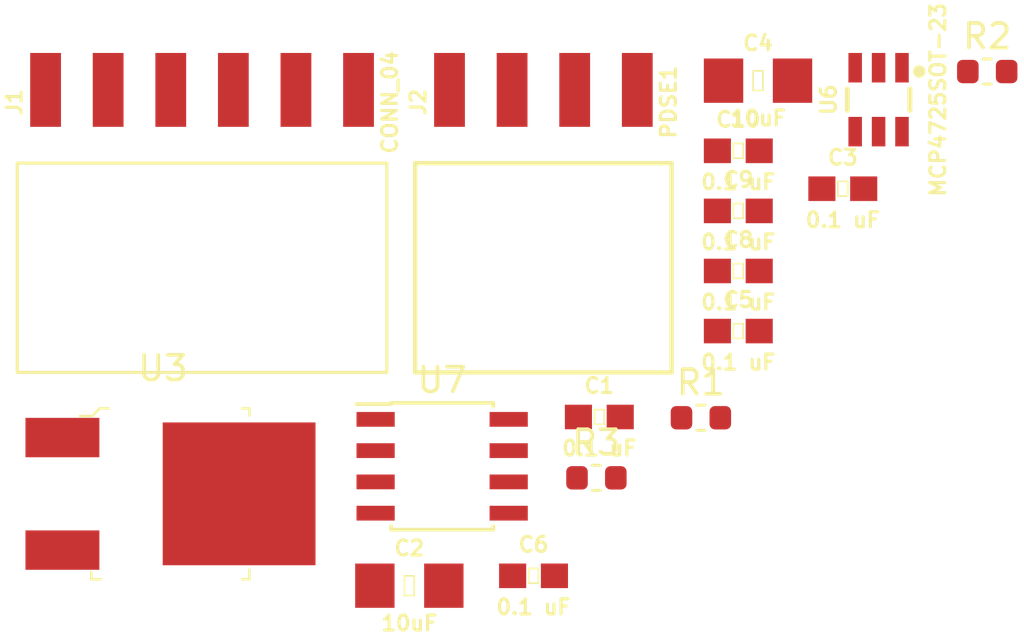
<source format=kicad_pcb>
(kicad_pcb (version 20171130) (host pcbnew 5.1.5+dfsg1-2~bpo9+1)

  (general
    (thickness 1.6)
    (drawings 0)
    (tracks 0)
    (zones 0)
    (modules 17)
    (nets 11)
  )

  (page A4)
  (layers
    (0 F.Cu signal)
    (31 B.Cu signal)
    (32 B.Adhes user)
    (33 F.Adhes user)
    (34 B.Paste user)
    (35 F.Paste user)
    (36 B.SilkS user)
    (37 F.SilkS user)
    (38 B.Mask user)
    (39 F.Mask user)
    (40 Dwgs.User user)
    (41 Cmts.User user)
    (42 Eco1.User user)
    (43 Eco2.User user)
    (44 Edge.Cuts user)
    (45 Margin user)
    (46 B.CrtYd user)
    (47 F.CrtYd user)
    (48 B.Fab user)
    (49 F.Fab user)
  )

  (setup
    (last_trace_width 0.25)
    (trace_clearance 0.2)
    (zone_clearance 0.508)
    (zone_45_only no)
    (trace_min 0.2)
    (via_size 0.8)
    (via_drill 0.4)
    (via_min_size 0.4)
    (via_min_drill 0.3)
    (uvia_size 0.3)
    (uvia_drill 0.1)
    (uvias_allowed no)
    (uvia_min_size 0.2)
    (uvia_min_drill 0.1)
    (edge_width 0.05)
    (segment_width 0.2)
    (pcb_text_width 0.3)
    (pcb_text_size 1.5 1.5)
    (mod_edge_width 0.12)
    (mod_text_size 1 1)
    (mod_text_width 0.15)
    (pad_size 1.524 1.524)
    (pad_drill 0.762)
    (pad_to_mask_clearance 0.051)
    (solder_mask_min_width 0.25)
    (aux_axis_origin 0 0)
    (visible_elements FFFFFF7F)
    (pcbplotparams
      (layerselection 0x010fc_ffffffff)
      (usegerberextensions false)
      (usegerberattributes false)
      (usegerberadvancedattributes false)
      (creategerberjobfile false)
      (excludeedgelayer true)
      (linewidth 0.010000)
      (plotframeref false)
      (viasonmask false)
      (mode 1)
      (useauxorigin false)
      (hpglpennumber 1)
      (hpglpenspeed 20)
      (hpglpendiameter 15.000000)
      (psnegative false)
      (psa4output false)
      (plotreference true)
      (plotvalue true)
      (plotinvisibletext false)
      (padsonsilk false)
      (subtractmaskfromsilk false)
      (outputformat 1)
      (mirror false)
      (drillshape 1)
      (scaleselection 1)
      (outputdirectory ""))
  )

  (net 0 "")
  (net 1 GND)
  (net 2 5V)
  (net 3 20V)
  (net 4 24V)
  (net 5 Vtune)
  (net 6 SDA)
  (net 7 SCL)
  (net 8 TUNING_DAC_I2C_SELECT)
  (net 9 "Net-(R1-Pad2)")
  (net 10 "Net-(U6-Pad1)")

  (net_class Default "This is the default net class."
    (clearance 0.2)
    (trace_width 0.25)
    (via_dia 0.8)
    (via_drill 0.4)
    (uvia_dia 0.3)
    (uvia_drill 0.1)
    (add_net 20V)
    (add_net 24V)
    (add_net 5V)
    (add_net GND)
    (add_net "Net-(R1-Pad2)")
    (add_net "Net-(U6-Pad1)")
    (add_net SCL)
    (add_net SDA)
    (add_net TUNING_DAC_I2C_SELECT)
    (add_net Vtune)
  )

  (module Silicon-Standard:SOT23-6 (layer F.Cu) (tedit 5961E542) (tstamp 5F4FCD20)
    (at 200.661841 81.64068)
    (descr SOT23-6)
    (tags SOT23-6)
    (path /5F7A4024)
    (attr smd)
    (fp_text reference U6 (at -2.03 0 90) (layer F.SilkS)
      (effects (font (size 0.6096 0.6096) (thickness 0.127)))
    )
    (fp_text value MCP4725SOT-23 (at 2.413 0 90) (layer F.SilkS)
      (effects (font (size 0.6096 0.6096) (thickness 0.127)))
    )
    (fp_line (start -1.39954 -0.79756) (end -1.39954 0.79756) (layer Dwgs.User) (width 0.1524))
    (fp_line (start 1.39954 -0.79756) (end 1.39954 0.79756) (layer Dwgs.User) (width 0.1524))
    (fp_line (start -1.39954 -0.79756) (end 1.39954 -0.79756) (layer Dwgs.User) (width 0.1524))
    (fp_line (start 1.39954 0.79756) (end -1.39954 0.79756) (layer Dwgs.User) (width 0.1524))
    (fp_line (start 1.27 -0.42926) (end 1.27 0.42926) (layer F.SilkS) (width 0.2032))
    (fp_line (start -1.27 0.42926) (end -1.27 -0.42926) (layer F.SilkS) (width 0.2032))
    (fp_line (start -0.24892 -0.84836) (end -0.24892 -1.4986) (layer Dwgs.User) (width 0.06604))
    (fp_line (start -0.24892 -1.4986) (end 0.24892 -1.4986) (layer Dwgs.User) (width 0.06604))
    (fp_line (start 0.24892 -0.84836) (end 0.24892 -1.4986) (layer Dwgs.User) (width 0.06604))
    (fp_line (start -0.24892 -0.84836) (end 0.24892 -0.84836) (layer Dwgs.User) (width 0.06604))
    (fp_line (start -1.19888 -0.84836) (end -1.19888 -1.4986) (layer Dwgs.User) (width 0.06604))
    (fp_line (start -1.19888 -1.4986) (end -0.6985 -1.4986) (layer Dwgs.User) (width 0.06604))
    (fp_line (start -0.6985 -0.84836) (end -0.6985 -1.4986) (layer Dwgs.User) (width 0.06604))
    (fp_line (start -1.19888 -0.84836) (end -0.6985 -0.84836) (layer Dwgs.User) (width 0.06604))
    (fp_line (start 0.6985 -0.84836) (end 0.6985 -1.4986) (layer Dwgs.User) (width 0.06604))
    (fp_line (start 0.6985 -1.4986) (end 1.19888 -1.4986) (layer Dwgs.User) (width 0.06604))
    (fp_line (start 1.19888 -0.84836) (end 1.19888 -1.4986) (layer Dwgs.User) (width 0.06604))
    (fp_line (start 0.6985 -0.84836) (end 1.19888 -0.84836) (layer Dwgs.User) (width 0.06604))
    (fp_line (start 0.6985 1.4986) (end 0.6985 0.84836) (layer Dwgs.User) (width 0.06604))
    (fp_line (start 0.6985 0.84836) (end 1.19888 0.84836) (layer Dwgs.User) (width 0.06604))
    (fp_line (start 1.19888 1.4986) (end 1.19888 0.84836) (layer Dwgs.User) (width 0.06604))
    (fp_line (start 0.6985 1.4986) (end 1.19888 1.4986) (layer Dwgs.User) (width 0.06604))
    (fp_line (start -0.24892 1.4986) (end -0.24892 0.84836) (layer Dwgs.User) (width 0.06604))
    (fp_line (start -0.24892 0.84836) (end 0.24892 0.84836) (layer Dwgs.User) (width 0.06604))
    (fp_line (start 0.24892 1.4986) (end 0.24892 0.84836) (layer Dwgs.User) (width 0.06604))
    (fp_line (start -0.24892 1.4986) (end 0.24892 1.4986) (layer Dwgs.User) (width 0.06604))
    (fp_line (start -1.19888 1.4986) (end -1.19888 0.84836) (layer Dwgs.User) (width 0.06604))
    (fp_line (start -1.19888 0.84836) (end -0.6985 0.84836) (layer Dwgs.User) (width 0.06604))
    (fp_line (start -0.6985 1.4986) (end -0.6985 0.84836) (layer Dwgs.User) (width 0.06604))
    (fp_line (start -1.19888 1.4986) (end -0.6985 1.4986) (layer Dwgs.User) (width 0.06604))
    (fp_circle (center 1.651 -1.143) (end 1.778 -1.143) (layer F.SilkS) (width 0.254))
    (pad 6 smd rect (at 0.94996 1.29794) (size 0.54864 1.19888) (layers F.Cu F.Paste F.Mask)
      (net 8 TUNING_DAC_I2C_SELECT) (solder_mask_margin 0.1016))
    (pad 5 smd rect (at 0 1.29794) (size 0.54864 1.19888) (layers F.Cu F.Paste F.Mask)
      (net 7 SCL) (solder_mask_margin 0.1016))
    (pad 4 smd rect (at -0.94996 1.29794) (size 0.54864 1.19888) (layers F.Cu F.Paste F.Mask)
      (net 6 SDA) (solder_mask_margin 0.1016))
    (pad 3 smd rect (at -0.94996 -1.29794) (size 0.54864 1.19888) (layers F.Cu F.Paste F.Mask)
      (net 2 5V) (solder_mask_margin 0.1016))
    (pad 2 smd rect (at 0 -1.29794 180) (size 0.54864 1.19888) (layers F.Cu F.Paste F.Mask)
      (net 1 GND) (solder_mask_margin 0.1016))
    (pad 1 smd rect (at 0.94996 -1.29794) (size 0.54864 1.19888) (layers F.Cu F.Paste F.Mask)
      (net 10 "Net-(U6-Pad1)") (solder_mask_margin 0.1016))
  )

  (module Capacitors:0603 (layer F.Cu) (tedit 596180EF) (tstamp 5F4FCC90)
    (at 194.969161 83.717201)
    (descr "GENERIC 1608 (0603) PACKAGE")
    (tags "GENERIC 1608 (0603) PACKAGE")
    (path /606C5FBD)
    (attr smd)
    (fp_text reference C10 (at 0 -1.27) (layer F.SilkS)
      (effects (font (size 0.6096 0.6096) (thickness 0.127)))
    )
    (fp_text value "0.1 uF" (at 0 1.27) (layer F.SilkS)
      (effects (font (size 0.6096 0.6096) (thickness 0.127)))
    )
    (fp_line (start -0.3556 0.41656) (end 0.3556 0.41656) (layer Dwgs.User) (width 0.1016))
    (fp_line (start -0.3556 -0.4318) (end 0.3556 -0.4318) (layer Dwgs.User) (width 0.1016))
    (fp_line (start -1.59766 0.6985) (end -1.59766 -0.6985) (layer F.CrtYd) (width 0.0508))
    (fp_line (start 1.59766 0.6985) (end -1.59766 0.6985) (layer F.CrtYd) (width 0.0508))
    (fp_line (start 1.59766 -0.6985) (end 1.59766 0.6985) (layer F.CrtYd) (width 0.0508))
    (fp_line (start -1.59766 -0.6985) (end 1.59766 -0.6985) (layer F.CrtYd) (width 0.0508))
    (fp_line (start -0.19812 0.29972) (end -0.19812 -0.29972) (layer F.SilkS) (width 0.06604))
    (fp_line (start -0.19812 -0.29972) (end 0.19812 -0.29972) (layer F.SilkS) (width 0.06604))
    (fp_line (start 0.19812 0.29972) (end 0.19812 -0.29972) (layer F.SilkS) (width 0.06604))
    (fp_line (start -0.19812 0.29972) (end 0.19812 0.29972) (layer F.SilkS) (width 0.06604))
    (fp_line (start 0.3302 0.4699) (end 0.3302 -0.48006) (layer Dwgs.User) (width 0.06604))
    (fp_line (start 0.3302 -0.48006) (end 0.82804 -0.48006) (layer Dwgs.User) (width 0.06604))
    (fp_line (start 0.82804 0.4699) (end 0.82804 -0.48006) (layer Dwgs.User) (width 0.06604))
    (fp_line (start 0.3302 0.4699) (end 0.82804 0.4699) (layer Dwgs.User) (width 0.06604))
    (fp_line (start -0.8382 0.4699) (end -0.8382 -0.48006) (layer Dwgs.User) (width 0.06604))
    (fp_line (start -0.8382 -0.48006) (end -0.33782 -0.48006) (layer Dwgs.User) (width 0.06604))
    (fp_line (start -0.33782 0.4699) (end -0.33782 -0.48006) (layer Dwgs.User) (width 0.06604))
    (fp_line (start -0.8382 0.4699) (end -0.33782 0.4699) (layer Dwgs.User) (width 0.06604))
    (pad 2 smd rect (at 0.84836 0) (size 1.09982 0.99822) (layers F.Cu F.Paste F.Mask)
      (net 1 GND) (solder_mask_margin 0.1016))
    (pad 1 smd rect (at -0.84836 0) (size 1.09982 0.99822) (layers F.Cu F.Paste F.Mask)
      (net 2 5V) (solder_mask_margin 0.1016))
  )

  (module Capacitors:0603 (layer F.Cu) (tedit 596180EF) (tstamp 5F4FCC78)
    (at 194.969161 86.157201)
    (descr "GENERIC 1608 (0603) PACKAGE")
    (tags "GENERIC 1608 (0603) PACKAGE")
    (path /6065936A)
    (attr smd)
    (fp_text reference C9 (at 0 -1.27) (layer F.SilkS)
      (effects (font (size 0.6096 0.6096) (thickness 0.127)))
    )
    (fp_text value "0.1 uF" (at 0 1.27) (layer F.SilkS)
      (effects (font (size 0.6096 0.6096) (thickness 0.127)))
    )
    (fp_line (start -0.3556 0.41656) (end 0.3556 0.41656) (layer Dwgs.User) (width 0.1016))
    (fp_line (start -0.3556 -0.4318) (end 0.3556 -0.4318) (layer Dwgs.User) (width 0.1016))
    (fp_line (start -1.59766 0.6985) (end -1.59766 -0.6985) (layer F.CrtYd) (width 0.0508))
    (fp_line (start 1.59766 0.6985) (end -1.59766 0.6985) (layer F.CrtYd) (width 0.0508))
    (fp_line (start 1.59766 -0.6985) (end 1.59766 0.6985) (layer F.CrtYd) (width 0.0508))
    (fp_line (start -1.59766 -0.6985) (end 1.59766 -0.6985) (layer F.CrtYd) (width 0.0508))
    (fp_line (start -0.19812 0.29972) (end -0.19812 -0.29972) (layer F.SilkS) (width 0.06604))
    (fp_line (start -0.19812 -0.29972) (end 0.19812 -0.29972) (layer F.SilkS) (width 0.06604))
    (fp_line (start 0.19812 0.29972) (end 0.19812 -0.29972) (layer F.SilkS) (width 0.06604))
    (fp_line (start -0.19812 0.29972) (end 0.19812 0.29972) (layer F.SilkS) (width 0.06604))
    (fp_line (start 0.3302 0.4699) (end 0.3302 -0.48006) (layer Dwgs.User) (width 0.06604))
    (fp_line (start 0.3302 -0.48006) (end 0.82804 -0.48006) (layer Dwgs.User) (width 0.06604))
    (fp_line (start 0.82804 0.4699) (end 0.82804 -0.48006) (layer Dwgs.User) (width 0.06604))
    (fp_line (start 0.3302 0.4699) (end 0.82804 0.4699) (layer Dwgs.User) (width 0.06604))
    (fp_line (start -0.8382 0.4699) (end -0.8382 -0.48006) (layer Dwgs.User) (width 0.06604))
    (fp_line (start -0.8382 -0.48006) (end -0.33782 -0.48006) (layer Dwgs.User) (width 0.06604))
    (fp_line (start -0.33782 0.4699) (end -0.33782 -0.48006) (layer Dwgs.User) (width 0.06604))
    (fp_line (start -0.8382 0.4699) (end -0.33782 0.4699) (layer Dwgs.User) (width 0.06604))
    (pad 2 smd rect (at 0.84836 0) (size 1.09982 0.99822) (layers F.Cu F.Paste F.Mask)
      (net 1 GND) (solder_mask_margin 0.1016))
    (pad 1 smd rect (at -0.84836 0) (size 1.09982 0.99822) (layers F.Cu F.Paste F.Mask)
      (net 2 5V) (solder_mask_margin 0.1016))
  )

  (module Capacitors:0603 (layer F.Cu) (tedit 596180EF) (tstamp 5F4FCC60)
    (at 194.969161 88.597201)
    (descr "GENERIC 1608 (0603) PACKAGE")
    (tags "GENERIC 1608 (0603) PACKAGE")
    (path /60658223)
    (attr smd)
    (fp_text reference C8 (at 0 -1.27) (layer F.SilkS)
      (effects (font (size 0.6096 0.6096) (thickness 0.127)))
    )
    (fp_text value "0.1 uF" (at 0 1.27) (layer F.SilkS)
      (effects (font (size 0.6096 0.6096) (thickness 0.127)))
    )
    (fp_line (start -0.3556 0.41656) (end 0.3556 0.41656) (layer Dwgs.User) (width 0.1016))
    (fp_line (start -0.3556 -0.4318) (end 0.3556 -0.4318) (layer Dwgs.User) (width 0.1016))
    (fp_line (start -1.59766 0.6985) (end -1.59766 -0.6985) (layer F.CrtYd) (width 0.0508))
    (fp_line (start 1.59766 0.6985) (end -1.59766 0.6985) (layer F.CrtYd) (width 0.0508))
    (fp_line (start 1.59766 -0.6985) (end 1.59766 0.6985) (layer F.CrtYd) (width 0.0508))
    (fp_line (start -1.59766 -0.6985) (end 1.59766 -0.6985) (layer F.CrtYd) (width 0.0508))
    (fp_line (start -0.19812 0.29972) (end -0.19812 -0.29972) (layer F.SilkS) (width 0.06604))
    (fp_line (start -0.19812 -0.29972) (end 0.19812 -0.29972) (layer F.SilkS) (width 0.06604))
    (fp_line (start 0.19812 0.29972) (end 0.19812 -0.29972) (layer F.SilkS) (width 0.06604))
    (fp_line (start -0.19812 0.29972) (end 0.19812 0.29972) (layer F.SilkS) (width 0.06604))
    (fp_line (start 0.3302 0.4699) (end 0.3302 -0.48006) (layer Dwgs.User) (width 0.06604))
    (fp_line (start 0.3302 -0.48006) (end 0.82804 -0.48006) (layer Dwgs.User) (width 0.06604))
    (fp_line (start 0.82804 0.4699) (end 0.82804 -0.48006) (layer Dwgs.User) (width 0.06604))
    (fp_line (start 0.3302 0.4699) (end 0.82804 0.4699) (layer Dwgs.User) (width 0.06604))
    (fp_line (start -0.8382 0.4699) (end -0.8382 -0.48006) (layer Dwgs.User) (width 0.06604))
    (fp_line (start -0.8382 -0.48006) (end -0.33782 -0.48006) (layer Dwgs.User) (width 0.06604))
    (fp_line (start -0.33782 0.4699) (end -0.33782 -0.48006) (layer Dwgs.User) (width 0.06604))
    (fp_line (start -0.8382 0.4699) (end -0.33782 0.4699) (layer Dwgs.User) (width 0.06604))
    (pad 2 smd rect (at 0.84836 0) (size 1.09982 0.99822) (layers F.Cu F.Paste F.Mask)
      (net 1 GND) (solder_mask_margin 0.1016))
    (pad 1 smd rect (at -0.84836 0) (size 1.09982 0.99822) (layers F.Cu F.Paste F.Mask)
      (net 2 5V) (solder_mask_margin 0.1016))
  )

  (module Capacitors:0603 (layer F.Cu) (tedit 596180EF) (tstamp 5F4FCC48)
    (at 186.659161 100.977201)
    (descr "GENERIC 1608 (0603) PACKAGE")
    (tags "GENERIC 1608 (0603) PACKAGE")
    (path /6059D0FB)
    (attr smd)
    (fp_text reference C6 (at 0 -1.27) (layer F.SilkS)
      (effects (font (size 0.6096 0.6096) (thickness 0.127)))
    )
    (fp_text value "0.1 uF" (at 0 1.27) (layer F.SilkS)
      (effects (font (size 0.6096 0.6096) (thickness 0.127)))
    )
    (fp_line (start -0.3556 0.41656) (end 0.3556 0.41656) (layer Dwgs.User) (width 0.1016))
    (fp_line (start -0.3556 -0.4318) (end 0.3556 -0.4318) (layer Dwgs.User) (width 0.1016))
    (fp_line (start -1.59766 0.6985) (end -1.59766 -0.6985) (layer F.CrtYd) (width 0.0508))
    (fp_line (start 1.59766 0.6985) (end -1.59766 0.6985) (layer F.CrtYd) (width 0.0508))
    (fp_line (start 1.59766 -0.6985) (end 1.59766 0.6985) (layer F.CrtYd) (width 0.0508))
    (fp_line (start -1.59766 -0.6985) (end 1.59766 -0.6985) (layer F.CrtYd) (width 0.0508))
    (fp_line (start -0.19812 0.29972) (end -0.19812 -0.29972) (layer F.SilkS) (width 0.06604))
    (fp_line (start -0.19812 -0.29972) (end 0.19812 -0.29972) (layer F.SilkS) (width 0.06604))
    (fp_line (start 0.19812 0.29972) (end 0.19812 -0.29972) (layer F.SilkS) (width 0.06604))
    (fp_line (start -0.19812 0.29972) (end 0.19812 0.29972) (layer F.SilkS) (width 0.06604))
    (fp_line (start 0.3302 0.4699) (end 0.3302 -0.48006) (layer Dwgs.User) (width 0.06604))
    (fp_line (start 0.3302 -0.48006) (end 0.82804 -0.48006) (layer Dwgs.User) (width 0.06604))
    (fp_line (start 0.82804 0.4699) (end 0.82804 -0.48006) (layer Dwgs.User) (width 0.06604))
    (fp_line (start 0.3302 0.4699) (end 0.82804 0.4699) (layer Dwgs.User) (width 0.06604))
    (fp_line (start -0.8382 0.4699) (end -0.8382 -0.48006) (layer Dwgs.User) (width 0.06604))
    (fp_line (start -0.8382 -0.48006) (end -0.33782 -0.48006) (layer Dwgs.User) (width 0.06604))
    (fp_line (start -0.33782 0.4699) (end -0.33782 -0.48006) (layer Dwgs.User) (width 0.06604))
    (fp_line (start -0.8382 0.4699) (end -0.33782 0.4699) (layer Dwgs.User) (width 0.06604))
    (pad 2 smd rect (at 0.84836 0) (size 1.09982 0.99822) (layers F.Cu F.Paste F.Mask)
      (net 1 GND) (solder_mask_margin 0.1016))
    (pad 1 smd rect (at -0.84836 0) (size 1.09982 0.99822) (layers F.Cu F.Paste F.Mask)
      (net 2 5V) (solder_mask_margin 0.1016))
  )

  (module Capacitors:0603 (layer F.Cu) (tedit 596180EF) (tstamp 5F4FCC30)
    (at 194.969161 91.037201)
    (descr "GENERIC 1608 (0603) PACKAGE")
    (tags "GENERIC 1608 (0603) PACKAGE")
    (path /604F9802)
    (attr smd)
    (fp_text reference C5 (at 0 -1.27) (layer F.SilkS)
      (effects (font (size 0.6096 0.6096) (thickness 0.127)))
    )
    (fp_text value "0.1 uF" (at 0 1.27) (layer F.SilkS)
      (effects (font (size 0.6096 0.6096) (thickness 0.127)))
    )
    (fp_line (start -0.3556 0.41656) (end 0.3556 0.41656) (layer Dwgs.User) (width 0.1016))
    (fp_line (start -0.3556 -0.4318) (end 0.3556 -0.4318) (layer Dwgs.User) (width 0.1016))
    (fp_line (start -1.59766 0.6985) (end -1.59766 -0.6985) (layer F.CrtYd) (width 0.0508))
    (fp_line (start 1.59766 0.6985) (end -1.59766 0.6985) (layer F.CrtYd) (width 0.0508))
    (fp_line (start 1.59766 -0.6985) (end 1.59766 0.6985) (layer F.CrtYd) (width 0.0508))
    (fp_line (start -1.59766 -0.6985) (end 1.59766 -0.6985) (layer F.CrtYd) (width 0.0508))
    (fp_line (start -0.19812 0.29972) (end -0.19812 -0.29972) (layer F.SilkS) (width 0.06604))
    (fp_line (start -0.19812 -0.29972) (end 0.19812 -0.29972) (layer F.SilkS) (width 0.06604))
    (fp_line (start 0.19812 0.29972) (end 0.19812 -0.29972) (layer F.SilkS) (width 0.06604))
    (fp_line (start -0.19812 0.29972) (end 0.19812 0.29972) (layer F.SilkS) (width 0.06604))
    (fp_line (start 0.3302 0.4699) (end 0.3302 -0.48006) (layer Dwgs.User) (width 0.06604))
    (fp_line (start 0.3302 -0.48006) (end 0.82804 -0.48006) (layer Dwgs.User) (width 0.06604))
    (fp_line (start 0.82804 0.4699) (end 0.82804 -0.48006) (layer Dwgs.User) (width 0.06604))
    (fp_line (start 0.3302 0.4699) (end 0.82804 0.4699) (layer Dwgs.User) (width 0.06604))
    (fp_line (start -0.8382 0.4699) (end -0.8382 -0.48006) (layer Dwgs.User) (width 0.06604))
    (fp_line (start -0.8382 -0.48006) (end -0.33782 -0.48006) (layer Dwgs.User) (width 0.06604))
    (fp_line (start -0.33782 0.4699) (end -0.33782 -0.48006) (layer Dwgs.User) (width 0.06604))
    (fp_line (start -0.8382 0.4699) (end -0.33782 0.4699) (layer Dwgs.User) (width 0.06604))
    (pad 2 smd rect (at 0.84836 0) (size 1.09982 0.99822) (layers F.Cu F.Paste F.Mask)
      (net 1 GND) (solder_mask_margin 0.1016))
    (pad 1 smd rect (at -0.84836 0) (size 1.09982 0.99822) (layers F.Cu F.Paste F.Mask)
      (net 4 24V) (solder_mask_margin 0.1016))
  )

  (module Capacitors:1206 (layer F.Cu) (tedit 200000) (tstamp 5F4FCC18)
    (at 195.769261 80.868521)
    (descr "GENERIC 3216 (1206) PACKAGE")
    (tags "GENERIC 3216 (1206) PACKAGE")
    (path /604F97FB)
    (attr smd)
    (fp_text reference C4 (at 0 -1.524) (layer F.SilkS)
      (effects (font (size 0.6096 0.6096) (thickness 0.127)))
    )
    (fp_text value 10uF (at 0 1.524) (layer F.SilkS)
      (effects (font (size 0.6096 0.6096) (thickness 0.127)))
    )
    (fp_line (start -0.96266 0.78486) (end 0.96266 0.78486) (layer Dwgs.User) (width 0.1016))
    (fp_line (start -0.96266 -0.78486) (end 0.96266 -0.78486) (layer Dwgs.User) (width 0.1016))
    (fp_line (start 2.39776 -1.09982) (end 2.39776 1.09982) (layer F.CrtYd) (width 0.0508))
    (fp_line (start -2.39776 1.09982) (end -2.39776 -1.09982) (layer F.CrtYd) (width 0.0508))
    (fp_line (start 2.39776 1.09982) (end -2.39776 1.09982) (layer F.CrtYd) (width 0.0508))
    (fp_line (start -2.39776 -1.09982) (end 2.39776 -1.09982) (layer F.CrtYd) (width 0.0508))
    (fp_line (start -0.19812 0.39878) (end -0.19812 -0.39878) (layer F.SilkS) (width 0.06604))
    (fp_line (start -0.19812 -0.39878) (end 0.19812 -0.39878) (layer F.SilkS) (width 0.06604))
    (fp_line (start 0.19812 0.39878) (end 0.19812 -0.39878) (layer F.SilkS) (width 0.06604))
    (fp_line (start -0.19812 0.39878) (end 0.19812 0.39878) (layer F.SilkS) (width 0.06604))
    (fp_line (start 0.94996 0.84836) (end 0.94996 -0.8509) (layer Dwgs.User) (width 0.06604))
    (fp_line (start 0.94996 -0.8509) (end 1.7018 -0.8509) (layer Dwgs.User) (width 0.06604))
    (fp_line (start 1.7018 0.84836) (end 1.7018 -0.8509) (layer Dwgs.User) (width 0.06604))
    (fp_line (start 0.94996 0.84836) (end 1.7018 0.84836) (layer Dwgs.User) (width 0.06604))
    (fp_line (start -1.7018 0.8509) (end -1.7018 -0.84836) (layer Dwgs.User) (width 0.06604))
    (fp_line (start -1.7018 -0.84836) (end -0.94996 -0.84836) (layer Dwgs.User) (width 0.06604))
    (fp_line (start -0.94996 0.8509) (end -0.94996 -0.84836) (layer Dwgs.User) (width 0.06604))
    (fp_line (start -1.7018 0.8509) (end -0.94996 0.8509) (layer Dwgs.User) (width 0.06604))
    (pad 2 smd rect (at 1.39954 0) (size 1.59766 1.79832) (layers F.Cu F.Paste F.Mask)
      (net 1 GND) (solder_mask_margin 0.1016))
    (pad 1 smd rect (at -1.39954 0) (size 1.59766 1.79832) (layers F.Cu F.Paste F.Mask)
      (net 4 24V) (solder_mask_margin 0.1016))
  )

  (module Capacitors:0603 (layer F.Cu) (tedit 596180EF) (tstamp 5F4FCC00)
    (at 199.209161 85.257201)
    (descr "GENERIC 1608 (0603) PACKAGE")
    (tags "GENERIC 1608 (0603) PACKAGE")
    (path /5F759D4A)
    (attr smd)
    (fp_text reference C3 (at 0 -1.27) (layer F.SilkS)
      (effects (font (size 0.6096 0.6096) (thickness 0.127)))
    )
    (fp_text value "0.1 uF" (at 0 1.27) (layer F.SilkS)
      (effects (font (size 0.6096 0.6096) (thickness 0.127)))
    )
    (fp_line (start -0.3556 0.41656) (end 0.3556 0.41656) (layer Dwgs.User) (width 0.1016))
    (fp_line (start -0.3556 -0.4318) (end 0.3556 -0.4318) (layer Dwgs.User) (width 0.1016))
    (fp_line (start -1.59766 0.6985) (end -1.59766 -0.6985) (layer F.CrtYd) (width 0.0508))
    (fp_line (start 1.59766 0.6985) (end -1.59766 0.6985) (layer F.CrtYd) (width 0.0508))
    (fp_line (start 1.59766 -0.6985) (end 1.59766 0.6985) (layer F.CrtYd) (width 0.0508))
    (fp_line (start -1.59766 -0.6985) (end 1.59766 -0.6985) (layer F.CrtYd) (width 0.0508))
    (fp_line (start -0.19812 0.29972) (end -0.19812 -0.29972) (layer F.SilkS) (width 0.06604))
    (fp_line (start -0.19812 -0.29972) (end 0.19812 -0.29972) (layer F.SilkS) (width 0.06604))
    (fp_line (start 0.19812 0.29972) (end 0.19812 -0.29972) (layer F.SilkS) (width 0.06604))
    (fp_line (start -0.19812 0.29972) (end 0.19812 0.29972) (layer F.SilkS) (width 0.06604))
    (fp_line (start 0.3302 0.4699) (end 0.3302 -0.48006) (layer Dwgs.User) (width 0.06604))
    (fp_line (start 0.3302 -0.48006) (end 0.82804 -0.48006) (layer Dwgs.User) (width 0.06604))
    (fp_line (start 0.82804 0.4699) (end 0.82804 -0.48006) (layer Dwgs.User) (width 0.06604))
    (fp_line (start 0.3302 0.4699) (end 0.82804 0.4699) (layer Dwgs.User) (width 0.06604))
    (fp_line (start -0.8382 0.4699) (end -0.8382 -0.48006) (layer Dwgs.User) (width 0.06604))
    (fp_line (start -0.8382 -0.48006) (end -0.33782 -0.48006) (layer Dwgs.User) (width 0.06604))
    (fp_line (start -0.33782 0.4699) (end -0.33782 -0.48006) (layer Dwgs.User) (width 0.06604))
    (fp_line (start -0.8382 0.4699) (end -0.33782 0.4699) (layer Dwgs.User) (width 0.06604))
    (pad 2 smd rect (at 0.84836 0) (size 1.09982 0.99822) (layers F.Cu F.Paste F.Mask)
      (net 1 GND) (solder_mask_margin 0.1016))
    (pad 1 smd rect (at -0.84836 0) (size 1.09982 0.99822) (layers F.Cu F.Paste F.Mask)
      (net 3 20V) (solder_mask_margin 0.1016))
  )

  (module Capacitors:1206 (layer F.Cu) (tedit 200000) (tstamp 5F4FCBE8)
    (at 181.619261 101.378521)
    (descr "GENERIC 3216 (1206) PACKAGE")
    (tags "GENERIC 3216 (1206) PACKAGE")
    (path /5F758FB8)
    (attr smd)
    (fp_text reference C2 (at 0 -1.524) (layer F.SilkS)
      (effects (font (size 0.6096 0.6096) (thickness 0.127)))
    )
    (fp_text value 10uF (at 0 1.524) (layer F.SilkS)
      (effects (font (size 0.6096 0.6096) (thickness 0.127)))
    )
    (fp_line (start -0.96266 0.78486) (end 0.96266 0.78486) (layer Dwgs.User) (width 0.1016))
    (fp_line (start -0.96266 -0.78486) (end 0.96266 -0.78486) (layer Dwgs.User) (width 0.1016))
    (fp_line (start 2.39776 -1.09982) (end 2.39776 1.09982) (layer F.CrtYd) (width 0.0508))
    (fp_line (start -2.39776 1.09982) (end -2.39776 -1.09982) (layer F.CrtYd) (width 0.0508))
    (fp_line (start 2.39776 1.09982) (end -2.39776 1.09982) (layer F.CrtYd) (width 0.0508))
    (fp_line (start -2.39776 -1.09982) (end 2.39776 -1.09982) (layer F.CrtYd) (width 0.0508))
    (fp_line (start -0.19812 0.39878) (end -0.19812 -0.39878) (layer F.SilkS) (width 0.06604))
    (fp_line (start -0.19812 -0.39878) (end 0.19812 -0.39878) (layer F.SilkS) (width 0.06604))
    (fp_line (start 0.19812 0.39878) (end 0.19812 -0.39878) (layer F.SilkS) (width 0.06604))
    (fp_line (start -0.19812 0.39878) (end 0.19812 0.39878) (layer F.SilkS) (width 0.06604))
    (fp_line (start 0.94996 0.84836) (end 0.94996 -0.8509) (layer Dwgs.User) (width 0.06604))
    (fp_line (start 0.94996 -0.8509) (end 1.7018 -0.8509) (layer Dwgs.User) (width 0.06604))
    (fp_line (start 1.7018 0.84836) (end 1.7018 -0.8509) (layer Dwgs.User) (width 0.06604))
    (fp_line (start 0.94996 0.84836) (end 1.7018 0.84836) (layer Dwgs.User) (width 0.06604))
    (fp_line (start -1.7018 0.8509) (end -1.7018 -0.84836) (layer Dwgs.User) (width 0.06604))
    (fp_line (start -1.7018 -0.84836) (end -0.94996 -0.84836) (layer Dwgs.User) (width 0.06604))
    (fp_line (start -0.94996 0.8509) (end -0.94996 -0.84836) (layer Dwgs.User) (width 0.06604))
    (fp_line (start -1.7018 0.8509) (end -0.94996 0.8509) (layer Dwgs.User) (width 0.06604))
    (pad 2 smd rect (at 1.39954 0) (size 1.59766 1.79832) (layers F.Cu F.Paste F.Mask)
      (net 1 GND) (solder_mask_margin 0.1016))
    (pad 1 smd rect (at -1.39954 0) (size 1.59766 1.79832) (layers F.Cu F.Paste F.Mask)
      (net 3 20V) (solder_mask_margin 0.1016))
  )

  (module Capacitors:0603 (layer F.Cu) (tedit 596180EF) (tstamp 5F4FCBD0)
    (at 189.329161 94.527201)
    (descr "GENERIC 1608 (0603) PACKAGE")
    (tags "GENERIC 1608 (0603) PACKAGE")
    (path /5F7B2CEB)
    (attr smd)
    (fp_text reference C1 (at 0 -1.27) (layer F.SilkS)
      (effects (font (size 0.6096 0.6096) (thickness 0.127)))
    )
    (fp_text value "0.1 uF" (at 0 1.27) (layer F.SilkS)
      (effects (font (size 0.6096 0.6096) (thickness 0.127)))
    )
    (fp_line (start -0.3556 0.41656) (end 0.3556 0.41656) (layer Dwgs.User) (width 0.1016))
    (fp_line (start -0.3556 -0.4318) (end 0.3556 -0.4318) (layer Dwgs.User) (width 0.1016))
    (fp_line (start -1.59766 0.6985) (end -1.59766 -0.6985) (layer F.CrtYd) (width 0.0508))
    (fp_line (start 1.59766 0.6985) (end -1.59766 0.6985) (layer F.CrtYd) (width 0.0508))
    (fp_line (start 1.59766 -0.6985) (end 1.59766 0.6985) (layer F.CrtYd) (width 0.0508))
    (fp_line (start -1.59766 -0.6985) (end 1.59766 -0.6985) (layer F.CrtYd) (width 0.0508))
    (fp_line (start -0.19812 0.29972) (end -0.19812 -0.29972) (layer F.SilkS) (width 0.06604))
    (fp_line (start -0.19812 -0.29972) (end 0.19812 -0.29972) (layer F.SilkS) (width 0.06604))
    (fp_line (start 0.19812 0.29972) (end 0.19812 -0.29972) (layer F.SilkS) (width 0.06604))
    (fp_line (start -0.19812 0.29972) (end 0.19812 0.29972) (layer F.SilkS) (width 0.06604))
    (fp_line (start 0.3302 0.4699) (end 0.3302 -0.48006) (layer Dwgs.User) (width 0.06604))
    (fp_line (start 0.3302 -0.48006) (end 0.82804 -0.48006) (layer Dwgs.User) (width 0.06604))
    (fp_line (start 0.82804 0.4699) (end 0.82804 -0.48006) (layer Dwgs.User) (width 0.06604))
    (fp_line (start 0.3302 0.4699) (end 0.82804 0.4699) (layer Dwgs.User) (width 0.06604))
    (fp_line (start -0.8382 0.4699) (end -0.8382 -0.48006) (layer Dwgs.User) (width 0.06604))
    (fp_line (start -0.8382 -0.48006) (end -0.33782 -0.48006) (layer Dwgs.User) (width 0.06604))
    (fp_line (start -0.33782 0.4699) (end -0.33782 -0.48006) (layer Dwgs.User) (width 0.06604))
    (fp_line (start -0.8382 0.4699) (end -0.33782 0.4699) (layer Dwgs.User) (width 0.06604))
    (pad 2 smd rect (at 0.84836 0) (size 1.09982 0.99822) (layers F.Cu F.Paste F.Mask)
      (net 1 GND) (solder_mask_margin 0.1016))
    (pad 1 smd rect (at -0.84836 0) (size 1.09982 0.99822) (layers F.Cu F.Paste F.Mask)
      (net 2 5V) (solder_mask_margin 0.1016))
  )

  (module Package_SO:SOIC-8_3.9x4.9mm_P1.27mm (layer F.Cu) (tedit 5A02F2D3) (tstamp 5F4FCD3D)
    (at 182.951101 96.528301)
    (descr "8-Lead Plastic Small Outline (SN) - Narrow, 3.90 mm Body [SOIC] (see Microchip Packaging Specification 00000049BS.pdf)")
    (tags "SOIC 1.27")
    (path /5F608589)
    (attr smd)
    (fp_text reference U7 (at 0 -3.5) (layer F.SilkS)
      (effects (font (size 1 1) (thickness 0.15)))
    )
    (fp_text value TLV2172IDR (at 0 3.5) (layer F.Fab)
      (effects (font (size 1 1) (thickness 0.15)))
    )
    (fp_line (start -2.075 -2.525) (end -3.475 -2.525) (layer F.SilkS) (width 0.15))
    (fp_line (start -2.075 2.575) (end 2.075 2.575) (layer F.SilkS) (width 0.15))
    (fp_line (start -2.075 -2.575) (end 2.075 -2.575) (layer F.SilkS) (width 0.15))
    (fp_line (start -2.075 2.575) (end -2.075 2.43) (layer F.SilkS) (width 0.15))
    (fp_line (start 2.075 2.575) (end 2.075 2.43) (layer F.SilkS) (width 0.15))
    (fp_line (start 2.075 -2.575) (end 2.075 -2.43) (layer F.SilkS) (width 0.15))
    (fp_line (start -2.075 -2.575) (end -2.075 -2.525) (layer F.SilkS) (width 0.15))
    (fp_line (start -3.73 2.7) (end 3.73 2.7) (layer F.CrtYd) (width 0.05))
    (fp_line (start -3.73 -2.7) (end 3.73 -2.7) (layer F.CrtYd) (width 0.05))
    (fp_line (start 3.73 -2.7) (end 3.73 2.7) (layer F.CrtYd) (width 0.05))
    (fp_line (start -3.73 -2.7) (end -3.73 2.7) (layer F.CrtYd) (width 0.05))
    (fp_line (start -1.95 -1.45) (end -0.95 -2.45) (layer F.Fab) (width 0.1))
    (fp_line (start -1.95 2.45) (end -1.95 -1.45) (layer F.Fab) (width 0.1))
    (fp_line (start 1.95 2.45) (end -1.95 2.45) (layer F.Fab) (width 0.1))
    (fp_line (start 1.95 -2.45) (end 1.95 2.45) (layer F.Fab) (width 0.1))
    (fp_line (start -0.95 -2.45) (end 1.95 -2.45) (layer F.Fab) (width 0.1))
    (fp_text user %R (at 0 0) (layer F.Fab)
      (effects (font (size 1 1) (thickness 0.15)))
    )
    (pad 8 smd rect (at 2.7 -1.905) (size 1.55 0.6) (layers F.Cu F.Paste F.Mask)
      (net 3 20V))
    (pad 7 smd rect (at 2.7 -0.635) (size 1.55 0.6) (layers F.Cu F.Paste F.Mask))
    (pad 6 smd rect (at 2.7 0.635) (size 1.55 0.6) (layers F.Cu F.Paste F.Mask))
    (pad 5 smd rect (at 2.7 1.905) (size 1.55 0.6) (layers F.Cu F.Paste F.Mask))
    (pad 4 smd rect (at -2.7 1.905) (size 1.55 0.6) (layers F.Cu F.Paste F.Mask)
      (net 1 GND))
    (pad 3 smd rect (at -2.7 0.635) (size 1.55 0.6) (layers F.Cu F.Paste F.Mask)
      (net 10 "Net-(U6-Pad1)"))
    (pad 2 smd rect (at -2.7 -0.635) (size 1.55 0.6) (layers F.Cu F.Paste F.Mask)
      (net 9 "Net-(R1-Pad2)"))
    (pad 1 smd rect (at -2.7 -1.905) (size 1.55 0.6) (layers F.Cu F.Paste F.Mask)
      (net 5 Vtune))
    (model ${KISYS3DMOD}/Package_SO.3dshapes/SOIC-8_3.9x4.9mm_P1.27mm.wrl
      (at (xyz 0 0 0))
      (scale (xyz 1 1 1))
      (rotate (xyz 0 0 0))
    )
  )

  (module digikey-footprints:TO-252-3 (layer F.Cu) (tedit 5B06FF3B) (tstamp 5F4FCCF7)
    (at 171.621101 97.648301)
    (descr http://www.digikey.com/products/en?keywords=MC7805BDTRKGOSCT-ND)
    (path /5F738EF1)
    (fp_text reference U3 (at 0 -5.1 180) (layer F.SilkS)
      (effects (font (size 1 1) (thickness 0.15)))
    )
    (fp_text value BA78M20FP (at 0 5.1 180) (layer F.Fab)
      (effects (font (size 1 1) (thickness 0.15)))
    )
    (fp_line (start -2.81 3.365) (end -2.81 -3.06) (layer F.Fab) (width 0.1))
    (fp_line (start 3.41 -3.365) (end -2.52 -3.365) (layer F.Fab) (width 0.1))
    (fp_text user %R (at 0.03 -0.12 180) (layer F.Fab)
      (effects (font (size 1 1) (thickness 0.15)))
    )
    (fp_line (start -2.81 3.37) (end 3.41 3.37) (layer F.Fab) (width 0.1))
    (fp_line (start 3.41 3.365) (end 3.41 -3.365) (layer F.Fab) (width 0.1))
    (fp_line (start 3.51 3.47) (end 3.51 3.07) (layer F.SilkS) (width 0.1))
    (fp_line (start 3.21 3.47) (end 3.51 3.47) (layer F.SilkS) (width 0.1))
    (fp_line (start -2.91 3.47) (end -2.91 3.17) (layer F.SilkS) (width 0.1))
    (fp_line (start -2.51 3.47) (end -2.91 3.47) (layer F.SilkS) (width 0.1))
    (fp_line (start -2.57 -3.47) (end -2.87 -3.16) (layer F.SilkS) (width 0.1))
    (fp_line (start -2.19 -3.47) (end -2.57 -3.47) (layer F.SilkS) (width 0.1))
    (fp_line (start 3.51 -3.47) (end 3.21 -3.47) (layer F.SilkS) (width 0.1))
    (fp_line (start 3.51 -3.17) (end 3.51 -3.47) (layer F.SilkS) (width 0.1))
    (fp_line (start 6.55 3.65) (end -5.95 3.65) (layer F.CrtYd) (width 0.05))
    (fp_line (start 6.55 -3.85) (end 6.55 3.65) (layer F.CrtYd) (width 0.05))
    (fp_line (start -5.95 -3.85) (end 6.55 -3.85) (layer F.CrtYd) (width 0.05))
    (fp_line (start -5.95 3.65) (end -5.95 -3.85) (layer F.CrtYd) (width 0.05))
    (fp_line (start -2.87 -3.16) (end -3.37 -3.16) (layer F.SilkS) (width 0.1))
    (fp_line (start -2.81 -3.06) (end -2.52 -3.36) (layer F.Fab) (width 0.1))
    (pad 3 smd rect (at -4.08 2.285 180) (size 3 1.6) (layers F.Cu F.Paste F.Mask)
      (net 3 20V))
    (pad 4 smd rect (at 3.09 0 180) (size 6.2 5.8) (layers F.Cu F.Paste F.Mask)
      (net 1 GND))
    (pad 1 smd rect (at -4.08 -2.285 180) (size 3 1.6) (layers F.Cu F.Paste F.Mask)
      (net 4 24V))
  )

  (module Resistor_SMD:R_0603_1608Metric (layer F.Cu) (tedit 5B301BBD) (tstamp 5F4FCCDD)
    (at 189.211101 96.998301)
    (descr "Resistor SMD 0603 (1608 Metric), square (rectangular) end terminal, IPC_7351 nominal, (Body size source: http://www.tortai-tech.com/upload/download/2011102023233369053.pdf), generated with kicad-footprint-generator")
    (tags resistor)
    (path /5F672CF7)
    (attr smd)
    (fp_text reference R3 (at 0 -1.43) (layer F.SilkS)
      (effects (font (size 1 1) (thickness 0.15)))
    )
    (fp_text value 10k (at 0 1.43) (layer F.Fab)
      (effects (font (size 1 1) (thickness 0.15)))
    )
    (fp_text user %R (at 0 0) (layer F.Fab)
      (effects (font (size 0.4 0.4) (thickness 0.06)))
    )
    (fp_line (start 1.48 0.73) (end -1.48 0.73) (layer F.CrtYd) (width 0.05))
    (fp_line (start 1.48 -0.73) (end 1.48 0.73) (layer F.CrtYd) (width 0.05))
    (fp_line (start -1.48 -0.73) (end 1.48 -0.73) (layer F.CrtYd) (width 0.05))
    (fp_line (start -1.48 0.73) (end -1.48 -0.73) (layer F.CrtYd) (width 0.05))
    (fp_line (start -0.162779 0.51) (end 0.162779 0.51) (layer F.SilkS) (width 0.12))
    (fp_line (start -0.162779 -0.51) (end 0.162779 -0.51) (layer F.SilkS) (width 0.12))
    (fp_line (start 0.8 0.4) (end -0.8 0.4) (layer F.Fab) (width 0.1))
    (fp_line (start 0.8 -0.4) (end 0.8 0.4) (layer F.Fab) (width 0.1))
    (fp_line (start -0.8 -0.4) (end 0.8 -0.4) (layer F.Fab) (width 0.1))
    (fp_line (start -0.8 0.4) (end -0.8 -0.4) (layer F.Fab) (width 0.1))
    (pad 2 smd roundrect (at 0.7875 0) (size 0.875 0.95) (layers F.Cu F.Paste F.Mask) (roundrect_rratio 0.25)
      (net 9 "Net-(R1-Pad2)"))
    (pad 1 smd roundrect (at -0.7875 0) (size 0.875 0.95) (layers F.Cu F.Paste F.Mask) (roundrect_rratio 0.25)
      (net 5 Vtune))
    (model ${KISYS3DMOD}/Resistor_SMD.3dshapes/R_0603_1608Metric.wrl
      (at (xyz 0 0 0))
      (scale (xyz 1 1 1))
      (rotate (xyz 0 0 0))
    )
  )

  (module Resistor_SMD:R_0603_1608Metric (layer F.Cu) (tedit 5B301BBD) (tstamp 5F4FCCCC)
    (at 205.071101 80.498301)
    (descr "Resistor SMD 0603 (1608 Metric), square (rectangular) end terminal, IPC_7351 nominal, (Body size source: http://www.tortai-tech.com/upload/download/2011102023233369053.pdf), generated with kicad-footprint-generator")
    (tags resistor)
    (path /5F627031)
    (attr smd)
    (fp_text reference R2 (at 0 -1.43) (layer F.SilkS)
      (effects (font (size 1 1) (thickness 0.15)))
    )
    (fp_text value 1k (at 0 1.43) (layer F.Fab)
      (effects (font (size 1 1) (thickness 0.15)))
    )
    (fp_text user %R (at 0 0) (layer F.Fab)
      (effects (font (size 0.4 0.4) (thickness 0.06)))
    )
    (fp_line (start 1.48 0.73) (end -1.48 0.73) (layer F.CrtYd) (width 0.05))
    (fp_line (start 1.48 -0.73) (end 1.48 0.73) (layer F.CrtYd) (width 0.05))
    (fp_line (start -1.48 -0.73) (end 1.48 -0.73) (layer F.CrtYd) (width 0.05))
    (fp_line (start -1.48 0.73) (end -1.48 -0.73) (layer F.CrtYd) (width 0.05))
    (fp_line (start -0.162779 0.51) (end 0.162779 0.51) (layer F.SilkS) (width 0.12))
    (fp_line (start -0.162779 -0.51) (end 0.162779 -0.51) (layer F.SilkS) (width 0.12))
    (fp_line (start 0.8 0.4) (end -0.8 0.4) (layer F.Fab) (width 0.1))
    (fp_line (start 0.8 -0.4) (end 0.8 0.4) (layer F.Fab) (width 0.1))
    (fp_line (start -0.8 -0.4) (end 0.8 -0.4) (layer F.Fab) (width 0.1))
    (fp_line (start -0.8 0.4) (end -0.8 -0.4) (layer F.Fab) (width 0.1))
    (pad 2 smd roundrect (at 0.7875 0) (size 0.875 0.95) (layers F.Cu F.Paste F.Mask) (roundrect_rratio 0.25)
      (net 1 GND))
    (pad 1 smd roundrect (at -0.7875 0) (size 0.875 0.95) (layers F.Cu F.Paste F.Mask) (roundrect_rratio 0.25)
      (net 9 "Net-(R1-Pad2)"))
    (model ${KISYS3DMOD}/Resistor_SMD.3dshapes/R_0603_1608Metric.wrl
      (at (xyz 0 0 0))
      (scale (xyz 1 1 1))
      (rotate (xyz 0 0 0))
    )
  )

  (module Resistor_SMD:R_0603_1608Metric (layer F.Cu) (tedit 5B301BBD) (tstamp 5F4FCCBB)
    (at 193.451101 94.558301)
    (descr "Resistor SMD 0603 (1608 Metric), square (rectangular) end terminal, IPC_7351 nominal, (Body size source: http://www.tortai-tech.com/upload/download/2011102023233369053.pdf), generated with kicad-footprint-generator")
    (tags resistor)
    (path /5F9BBBCC)
    (attr smd)
    (fp_text reference R1 (at 0 -1.43) (layer F.SilkS)
      (effects (font (size 1 1) (thickness 0.15)))
    )
    (fp_text value 10k (at 0 1.43) (layer F.Fab)
      (effects (font (size 1 1) (thickness 0.15)))
    )
    (fp_text user %R (at 0 0) (layer F.Fab)
      (effects (font (size 0.4 0.4) (thickness 0.06)))
    )
    (fp_line (start 1.48 0.73) (end -1.48 0.73) (layer F.CrtYd) (width 0.05))
    (fp_line (start 1.48 -0.73) (end 1.48 0.73) (layer F.CrtYd) (width 0.05))
    (fp_line (start -1.48 -0.73) (end 1.48 -0.73) (layer F.CrtYd) (width 0.05))
    (fp_line (start -1.48 0.73) (end -1.48 -0.73) (layer F.CrtYd) (width 0.05))
    (fp_line (start -0.162779 0.51) (end 0.162779 0.51) (layer F.SilkS) (width 0.12))
    (fp_line (start -0.162779 -0.51) (end 0.162779 -0.51) (layer F.SilkS) (width 0.12))
    (fp_line (start 0.8 0.4) (end -0.8 0.4) (layer F.Fab) (width 0.1))
    (fp_line (start 0.8 -0.4) (end 0.8 0.4) (layer F.Fab) (width 0.1))
    (fp_line (start -0.8 -0.4) (end 0.8 -0.4) (layer F.Fab) (width 0.1))
    (fp_line (start -0.8 0.4) (end -0.8 -0.4) (layer F.Fab) (width 0.1))
    (pad 2 smd roundrect (at 0.7875 0) (size 0.875 0.95) (layers F.Cu F.Paste F.Mask) (roundrect_rratio 0.25)
      (net 9 "Net-(R1-Pad2)"))
    (pad 1 smd roundrect (at -0.7875 0) (size 0.875 0.95) (layers F.Cu F.Paste F.Mask) (roundrect_rratio 0.25)
      (net 5 Vtune))
    (model ${KISYS3DMOD}/Resistor_SMD.3dshapes/R_0603_1608Metric.wrl
      (at (xyz 0 0 0))
      (scale (xyz 1 1 1))
      (rotate (xyz 0 0 0))
    )
  )

  (module Connectors2:1X04_SMD_RA_FEMALE (layer F.Cu) (tedit 5963D38A) (tstamp 5F4FCCAA)
    (at 187.059461 88.46693)
    (descr "SMD - 4 PIN RIGHT-ANGLE FEMALE HEADER")
    (tags "SMD - 4 PIN RIGHT-ANGLE FEMALE HEADER")
    (path /5F73E64B)
    (attr smd)
    (fp_text reference J2 (at -5.08 -6.731 90) (layer F.SilkS)
      (effects (font (size 0.6096 0.6096) (thickness 0.127)))
    )
    (fp_text value PDSE1 (at 5.08 -6.731 90) (layer F.SilkS)
      (effects (font (size 0.6096 0.6096) (thickness 0.127)))
    )
    (fp_line (start -5.20446 4.24942) (end 5.20446 4.24942) (layer F.SilkS) (width 0.1778))
    (fp_line (start 5.20446 4.24942) (end 5.20446 -4.24942) (layer F.SilkS) (width 0.1778))
    (fp_line (start 5.20446 -4.24942) (end -5.20446 -4.24942) (layer F.SilkS) (width 0.1778))
    (fp_line (start -5.20446 -4.24942) (end -5.20446 4.24942) (layer F.SilkS) (width 0.1778))
    (pad 4 smd rect (at 3.81 -7.22376 180) (size 1.24968 2.99974) (layers F.Cu F.Paste F.Mask)
      (net 1 GND) (solder_mask_margin 0.1016))
    (pad 3 smd rect (at 1.27 -7.22376 180) (size 1.24968 2.99974) (layers F.Cu F.Paste F.Mask)
      (net 2 5V) (solder_mask_margin 0.1016))
    (pad 2 smd rect (at -1.27 -7.22376 180) (size 1.24968 2.99974) (layers F.Cu F.Paste F.Mask)
      (net 1 GND) (solder_mask_margin 0.1016))
    (pad 1 smd rect (at -3.81 -7.22376 180) (size 1.24968 2.99974) (layers F.Cu F.Paste F.Mask)
      (net 4 24V) (solder_mask_margin 0.1016))
  )

  (module Connectors2:1X06-SMD-FEMALE (layer F.Cu) (tedit 200000) (tstamp 5F4FCC9E)
    (at 173.207681 84.66709)
    (descr "HEADER - 6 PIN FEMALE SMD")
    (tags "HEADER - 6 PIN FEMALE SMD")
    (path /60A1ACE6)
    (attr smd)
    (fp_text reference J1 (at -7.62 -2.921 90) (layer F.SilkS)
      (effects (font (size 0.6096 0.6096) (thickness 0.127)))
    )
    (fp_text value CONN_04 (at 7.62 -2.921 90) (layer F.SilkS)
      (effects (font (size 0.6096 0.6096) (thickness 0.127)))
    )
    (fp_line (start -7.49808 8.04926) (end 7.49808 8.04926) (layer F.SilkS) (width 0.127))
    (fp_line (start 7.49808 8.04926) (end 7.49808 -0.44958) (layer F.SilkS) (width 0.127))
    (fp_line (start 7.49808 -0.44958) (end -7.49808 -0.44958) (layer F.SilkS) (width 0.127))
    (fp_line (start -7.49808 -0.44958) (end -7.49808 8.04926) (layer F.SilkS) (width 0.127))
    (pad 6 smd rect (at -6.35 -3.42392 180) (size 1.24968 2.99974) (layers F.Cu F.Paste F.Mask)
      (net 5 Vtune) (solder_mask_margin 0.1016))
    (pad 5 smd rect (at -3.81 -3.42392 180) (size 1.24968 2.99974) (layers F.Cu F.Paste F.Mask)
      (net 6 SDA) (solder_mask_margin 0.1016))
    (pad 4 smd rect (at -1.27 -3.42392 180) (size 1.24968 2.99974) (layers F.Cu F.Paste F.Mask)
      (net 7 SCL) (solder_mask_margin 0.1016))
    (pad 3 smd rect (at 1.27 -3.42392 180) (size 1.24968 2.99974) (layers F.Cu F.Paste F.Mask)
      (net 8 TUNING_DAC_I2C_SELECT) (solder_mask_margin 0.1016))
    (pad 2 smd rect (at 3.81 -3.42392 180) (size 1.24968 2.99974) (layers F.Cu F.Paste F.Mask)
      (net 2 5V) (solder_mask_margin 0.1016))
    (pad 1 smd rect (at 6.35 -3.42392 180) (size 1.24968 2.99974) (layers F.Cu F.Paste F.Mask)
      (net 1 GND) (solder_mask_margin 0.1016))
  )

)

</source>
